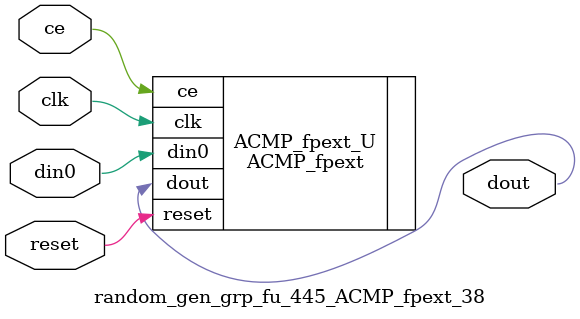
<source format=v>

`timescale 1 ns / 1 ps
module random_gen_grp_fu_445_ACMP_fpext_38(
    clk,
    reset,
    ce,
    din0,
    dout);

parameter ID = 32'd1;
parameter NUM_STAGE = 32'd1;
parameter din0_WIDTH = 32'd1;
parameter dout_WIDTH = 32'd1;
input clk;
input reset;
input ce;
input[din0_WIDTH - 1:0] din0;
output[dout_WIDTH - 1:0] dout;



ACMP_fpext #(
.ID( ID ),
.NUM_STAGE( 2 ),
.din0_WIDTH( din0_WIDTH ),
.dout_WIDTH( dout_WIDTH ))
ACMP_fpext_U(
    .clk( clk ),
    .reset( reset ),
    .ce( ce ),
    .din0( din0 ),
    .dout( dout ));

endmodule

</source>
